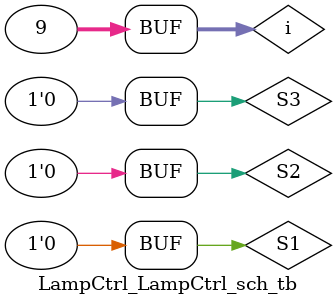
<source format=v>

`timescale 1ns / 1ps

module LampCtrl_LampCtrl_sch_tb();

// Inputs
   reg S1;
   reg S3;
   reg S2;

// Output
   wire F;

// Bidirs

// Instantiate the UUT
   LampCtrl UUT (
		.S1(S1), 
		.S3(S3), 
		.S2(S2), 
		.F(F)
   );
// Initialize Inputs
//   `ifdef auto_init
       integer i;
       initial begin
		for(i=0;i<=8;i=i+1)begin
			{S3,S2,S1} <= i;
			#50;
		end

	    end
//   `endif
endmodule

</source>
